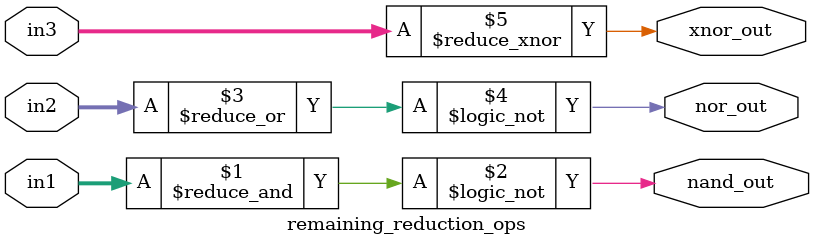
<source format=sv>
module remaining_reduction_ops (
    output logic nand_out,
    output logic nor_out,
    output logic xnor_out,
    input logic [7:0] in1,
    input logic [7:0] in2,
    input logic [7:0] in3
);
    assign nand_out = ~&in1;
    assign nor_out = ~|in2;
    assign xnor_out = ^~in3;
endmodule


</source>
